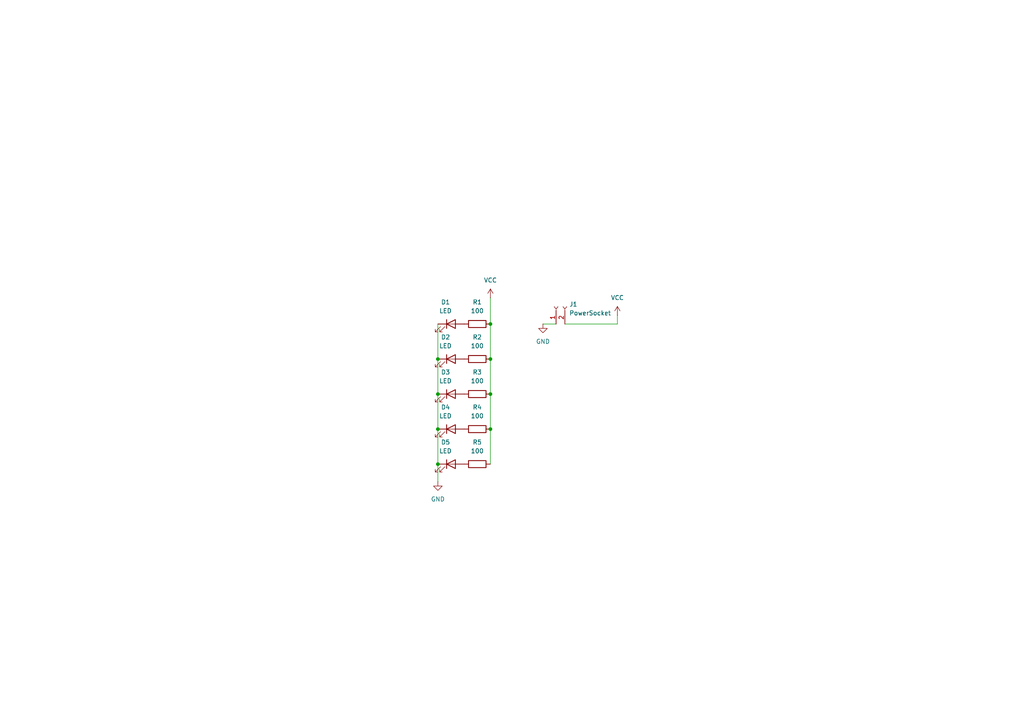
<source format=kicad_sch>
(kicad_sch (version 20250114) (generator "eeschema") (generator_version "9.0")
  (paper "A4")
  (lib_symbols
    (symbol "Connector:Conn_01x02_Socket" (pin_names (offset 1.016) (hide yes))
      (property "Reference" "J" (at 0 2.54 0))
      (property "Value" "Conn_01x02_Socket" (at 0 -5.08 0))
      (symbol "Conn_01x02_Socket_1_1"
        (polyline (pts (xy -1.27 0) (xy -0.508 0)) (stroke (width 0.1524)))
        (polyline (pts (xy -1.27 -2.54) (xy -0.508 -2.54)) (stroke (width 0.1524)))
        (arc (start 0 -0.508) (mid -0.5058 0) (end 0 0.508) (stroke (width 0.1524)))
        (arc (start 0 -3.048) (mid -0.5058 -2.54) (end 0 -2.032) (stroke (width 0.1524)))
        (pin passive line (at -5.08 0 0) (length 3.81) (name "Pin_1") (number "1"))
        (pin passive line (at -5.08 -2.54 0) (length 3.81) (name "Pin_2") (number "2"))
      )
    )
    (symbol "Device:LED" (pin_numbers (hide yes)) (pin_names (offset 1.016) (hide yes))
      (property "Reference" "D" (at 0 2.54 0))
      (property "Value" "LED" (at 0 -2.54 0))
      (symbol "LED_0_1"
        (polyline (pts (xy -3.048 -0.762) (xy -4.572 -2.286) (xy -3.81 -2.286) (xy -4.572 -2.286) (xy -4.572 -1.524)))
        (polyline (pts (xy -1.778 -0.762) (xy -3.302 -2.286) (xy -2.54 -2.286) (xy -3.302 -2.286) (xy -3.302 -1.524)))
        (polyline (pts (xy -1.27 0) (xy 1.27 0)))
        (polyline (pts (xy -1.27 -1.27) (xy -1.27 1.27)) (stroke (width 0.254)))
        (polyline (pts (xy 1.27 -1.27) (xy 1.27 1.27) (xy -1.27 0) (xy 1.27 -1.27)) (stroke (width 0.254)))
      )
      (symbol "LED_1_1"
        (pin passive line (at -3.81 0 0) (length 2.54) (name "K") (number "1"))
        (pin passive line (at 3.81 0 180) (length 2.54) (name "A") (number "2"))
      )
    )
    (symbol "Device:R" (pin_numbers (hide yes)) (pin_names (offset 0))
      (property "Reference" "R" (at 2.032 0 90))
      (property "Value" "R" (at 0 0 90))
      (symbol "R_0_1"
        (rectangle (start -1.016 -2.54) (end 1.016 2.54) (stroke (width 0.254)))
      )
      (symbol "R_1_1"
        (pin passive line (at 0 3.81 270) (length 1.27) (name "~") (number "1"))
        (pin passive line (at 0 -3.81 90) (length 1.27) (name "~") (number "2"))
      )
    )
    (symbol "power:GND" (power) (pin_numbers (hide yes)) (pin_names (offset 0) (hide yes))
      (property "Value" "GND" (at 0 -3.81 0))
      (symbol "GND_0_1"
        (polyline (pts (xy 0 0) (xy 0 -1.27) (xy 1.27 -1.27) (xy 0 -2.54) (xy -1.27 -1.27) (xy 0 -1.27)))
      )
      (symbol "GND_1_1"
        (pin power_in line (at 0 0 270) (length 0) (name "~") (number "1"))
      )
    )
    (symbol "power:VCC" (power) (pin_numbers (hide yes)) (pin_names (offset 0) (hide yes))
      (property "Value" "VCC" (at 0 3.556 0))
      (symbol "VCC_0_1"
        (polyline (pts (xy -0.762 1.27) (xy 0 2.54)))
        (polyline (pts (xy 0 2.54) (xy 0.762 1.27)))
        (polyline (pts (xy 0 0) (xy 0 2.54)))
      )
      (symbol "VCC_1_1"
        (pin power_in line (at 0 0 90) (length 0) (name "~") (number "1"))
      )
    )
  )
  (junction (at 142.24 114.3))
  (junction (at 127 104.14))
  (junction (at 142.24 104.14))
  (junction (at 127 124.46))
  (junction (at 142.24 93.98))
  (junction (at 127 114.3))
  (junction (at 142.24 124.46))
  (junction (at 127 134.62))
  (wire (pts (xy 127 104.14) (xy 127 114.3)))
  (wire (pts (xy 142.24 124.46) (xy 142.24 134.62)))
  (wire (pts (xy 142.24 93.98) (xy 142.24 104.14)))
  (wire (pts (xy 127 124.46) (xy 127 134.62)))
  (wire (pts (xy 142.24 86.36) (xy 142.24 93.98)))
  (wire (pts (xy 157.48 93.98) (xy 161.29 93.98)))
  (wire (pts (xy 142.24 104.14) (xy 142.24 114.3)))
  (wire (pts (xy 179.07 93.98) (xy 179.07 91.44)))
  (wire (pts (xy 127 134.62) (xy 127 139.7)))
  (wire (pts (xy 127 114.3) (xy 127 124.46)))
  (wire (pts (xy 127 93.98) (xy 127 104.14)))
  (wire (pts (xy 163.83 93.98) (xy 179.07 93.98)))
  (wire (pts (xy 142.24 114.3) (xy 142.24 124.46)))
  (symbol (lib_id "power:GND") (at 157.48 93.98 0) (unit 1)
    (property "Reference" "#PWR04" (effects (hide yes)))
    (property "Value" "GND" (at 157.48 99.06 0))
    (property "Description" "Power symbol creates a global label with name \"GND\" , ground" (effects (hide yes)))
  )
  (symbol (lib_id "power:GND") (at 127 139.7 0) (unit 1)
    (property "Reference" "#PWR02" (effects (hide yes)))
    (property "Value" "GND" (at 127 144.78 0))
    (property "Description" "Power symbol creates a global label with name \"GND\" , ground" (effects (hide yes)))
  )
  (symbol (lib_id "Device:R") (at 138.43 134.62 270) (unit 1)
    (property "Reference" "R5" (at 138.43 128.27 90))
    (property "Value" "100" (at 138.43 130.81 90))
    (property "Footprint" "Resistor_SMD:R_0603_1608Metric" (effects (hide yes)))
    (property "Description" "Resistor" (effects (hide yes)))
  )
  (symbol (lib_id "Device:R") (at 138.43 104.14 270) (unit 1)
    (property "Reference" "R2" (at 138.43 97.79 90))
    (property "Value" "100" (at 138.43 100.33 90))
    (property "Footprint" "Resistor_SMD:R_0603_1608Metric" (effects (hide yes)))
    (property "Description" "Resistor" (effects (hide yes)))
  )
  (symbol (lib_id "Device:LED") (at 130.81 114.3 0) (unit 1)
    (property "Reference" "D3" (at 129.2225 107.95 0))
    (property "Value" "LED" (at 129.2225 110.49 0))
    (property "Footprint" "LED_THT:LED_D3.0mm" (effects (hide yes)))
    (property "Description" "Light emitting diode" (effects (hide yes)))
    (property "Sim.Pins" "1=K 2=A" (effects (hide yes)))
  )
  (symbol (lib_id "Device:R") (at 138.43 114.3 270) (unit 1)
    (property "Reference" "R3" (at 138.43 107.95 90))
    (property "Value" "100" (at 138.43 110.49 90))
    (property "Footprint" "Resistor_SMD:R_0603_1608Metric" (effects (hide yes)))
    (property "Description" "Resistor" (effects (hide yes)))
  )
  (symbol (lib_id "Device:R") (at 138.43 124.46 270) (unit 1)
    (property "Reference" "R4" (at 138.43 118.11 90))
    (property "Value" "100" (at 138.43 120.65 90))
    (property "Footprint" "Resistor_SMD:R_0603_1608Metric" (effects (hide yes)))
    (property "Description" "Resistor" (effects (hide yes)))
  )
  (symbol (lib_id "Device:LED") (at 130.81 124.46 0) (unit 1)
    (property "Reference" "D4" (at 129.2225 118.11 0))
    (property "Value" "LED" (at 129.2225 120.65 0))
    (property "Footprint" "LED_THT:LED_D3.0mm" (effects (hide yes)))
    (property "Description" "Light emitting diode" (effects (hide yes)))
    (property "Sim.Pins" "1=K 2=A" (effects (hide yes)))
  )
  (symbol (lib_id "Device:LED") (at 130.81 134.62 0) (unit 1)
    (property "Reference" "D5" (at 129.2225 128.27 0))
    (property "Value" "LED" (at 129.2225 130.81 0))
    (property "Footprint" "LED_THT:LED_D3.0mm" (effects (hide yes)))
    (property "Description" "Light emitting diode" (effects (hide yes)))
    (property "Sim.Pins" "1=K 2=A" (effects (hide yes)))
  )
  (symbol (lib_id "Device:LED") (at 130.81 104.14 0) (unit 1)
    (property "Reference" "D2" (at 129.2225 97.79 0))
    (property "Value" "LED" (at 129.2225 100.33 0))
    (property "Footprint" "LED_THT:LED_D3.0mm" (effects (hide yes)))
    (property "Description" "Light emitting diode" (effects (hide yes)))
    (property "Sim.Pins" "1=K 2=A" (effects (hide yes)))
  )
  (symbol (lib_id "power:VCC") (at 179.07 91.44 0) (unit 1)
    (property "Reference" "#PWR03" (effects (hide yes)))
    (property "Value" "VCC" (at 179.07 86.36 0))
    (property "Description" "Power symbol creates a global label with name \"VCC\"" (effects (hide yes)))
  )
  (symbol (lib_id "Connector:Conn_01x02_Socket") (at 161.29 88.9 90) (unit 1)
    (property "Reference" "J1" (at 165.1 88.2649 90) (effects (justify right)))
    (property "Value" "PowerSocket" (at 165.1 90.8049 90) (effects (justify right)))
    (property "Footprint" "Connector_PinSocket_2.54mm:PinSocket_1x02_P2.54mm_Vertical" (effects (hide yes)))
    (property "Description" "Generic connector, single row, 01x02, script generated" (effects (hide yes)))
  )
  (symbol (lib_id "Device:LED") (at 130.81 93.98 0) (unit 1)
    (property "Reference" "D1" (at 129.2225 87.63 0))
    (property "Value" "LED" (at 129.2225 90.17 0))
    (property "Footprint" "LED_THT:LED_D3.0mm" (effects (hide yes)))
    (property "Description" "Light emitting diode" (effects (hide yes)))
    (property "Sim.Pins" "1=K 2=A" (effects (hide yes)))
  )
  (symbol (lib_id "power:VCC") (at 142.24 86.36 0) (unit 1)
    (property "Reference" "#PWR01" (effects (hide yes)))
    (property "Value" "VCC" (at 142.24 81.28 0))
    (property "Description" "Power symbol creates a global label with name \"VCC\"" (effects (hide yes)))
  )
  (symbol (lib_id "Device:R") (at 138.43 93.98 270) (unit 1)
    (property "Reference" "R1" (at 138.43 87.63 90))
    (property "Value" "100" (at 138.43 90.17 90))
    (property "Footprint" "Resistor_SMD:R_0603_1608Metric" (effects (hide yes)))
    (property "Description" "Resistor" (effects (hide yes)))
  )
)
</source>
